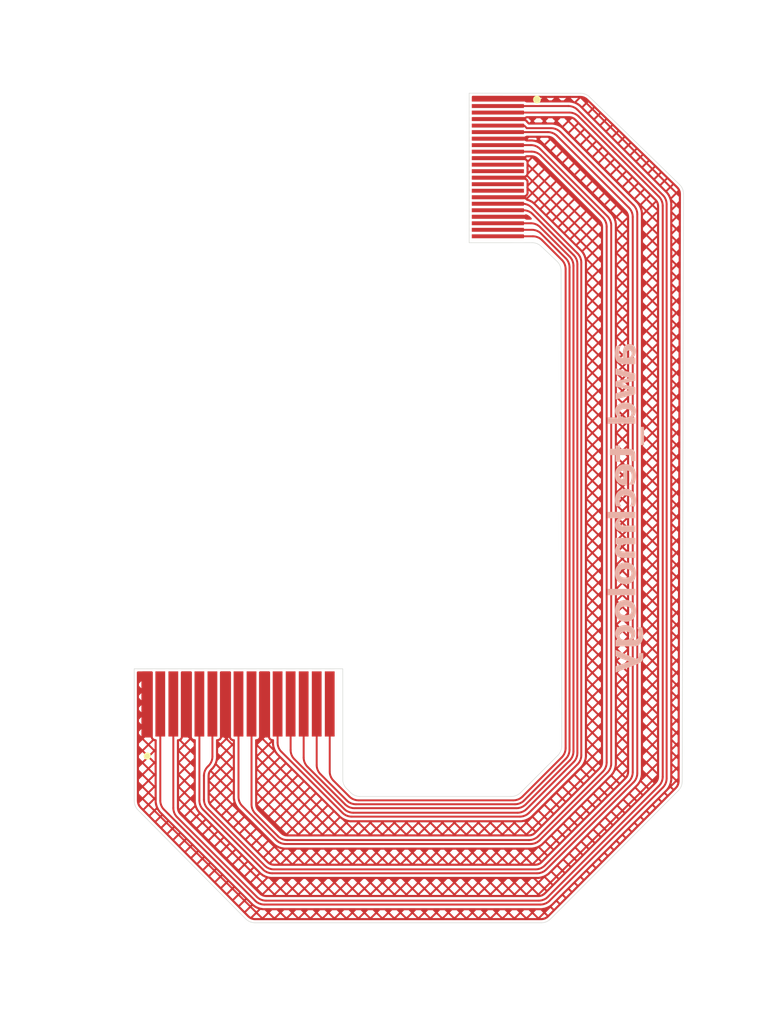
<source format=kicad_pcb>
(kicad_pcb (version 20241229) (generator "pcbnew") (generator_version "9.0")
  (layers (0 "F.Cu" signal) (4 "In1.Cu" signal) (6 "In2.Cu" signal) (2 "B.Cu" signal) (13 "F.Paste" user) (15 "B.Paste" user) (5 "F.SilkS" user "F.Silkscreen") (7 "B.SilkS" user "B.Silkscreen") (1 "F.Mask" user) (3 "B.Mask" user) (25 "Edge.Cuts" user))
  (net 0 "")
  (net 2 "Net-(J2-CAM_SDA)")
  (net 3 "Net-(J2-CAM_SCA)")
  (net 4 "Net-(J2-CAM_D0_N)")
  (net 7 "Net-(J2-CAM_IO0)")
  (net 9 "Net-(J2-CAM_3v3)")
  (net 10 "Net-(J2-CAM_IO1)")
  (net 11 "Net-(J2-CAM_D0_P)")
  (net 12 "Net-(J2-CAM_CK_N)")
  (net 13 "Net-(J2-CAM_D1_N)")
  (net 14 "Net-(J2-CAM_D1_P)")
  (net 15 "Net-(J2-CAM_CK_P)")
  (net 16 "GND")
  (footprint "AWD_camera_ribbon:FPC_22pin_0.5mm_Vertical" (layer "F.Cu") (at 89.1 39.85 -90)
    (property "Reference" "J2" (hide yes))
    (property "Value" "~")
    (fp_circle (center -5.25 -3) (end -5 -3) (stroke (width 0.1)) (fill yes) (layer "F.SilkS"))
    (pad "1" smd rect (at -5.25 0 270) (size 0.3 4) (layers "F.Cu" "F.Mask" "F.Paste") (net 16 "GND"))
    (pad "2" smd rect (at -4.75 0 270) (size 0.3 4) (layers "F.Cu" "F.Mask" "F.Paste") (net 4 "Net-(J2-CAM_D0_N)"))
    (pad "3" smd rect (at -4.25 0 270) (size 0.3 4) (layers "F.Cu" "F.Mask" "F.Paste") (net 11 "Net-(J2-CAM_D0_P)"))
    (pad "4" smd rect (at -3.75 0 90) (size 0.3 4) (layers "F.Cu" "F.Mask" "F.Paste") (net 16 "GND"))
    (pad "5" smd rect (at -3.25 0 270) (size 0.3 4) (layers "F.Cu" "F.Mask" "F.Paste") (net 13 "Net-(J2-CAM_D1_N)"))
    (pad "6" smd rect (at -2.75 0 270) (size 0.3 4) (layers "F.Cu" "F.Mask" "F.Paste") (net 14 "Net-(J2-CAM_D1_P)"))
    (pad "7" smd rect (at -2.25 0 270) (size 0.3 4) (layers "F.Cu" "F.Mask" "F.Paste") (net 16 "GND"))
    (pad "8" smd rect (at -1.75 0 270) (size 0.3 4) (layers "F.Cu" "F.Mask" "F.Paste") (net 12 "Net-(J2-CAM_CK_N)"))
    (pad "9" smd rect (at -1.25 0 270) (size 0.3 4) (layers "F.Cu" "F.Mask" "F.Paste") (net 15 "Net-(J2-CAM_CK_P)"))
    (pad "10" smd rect (at -0.75 0 270) (size 0.3 4) (layers "F.Cu" "F.Mask" "F.Paste") (net 16 "GND"))
    (pad "11" smd rect (at -0.25 0 270) (size 0.3 4) (layers "F.Cu" "F.Mask" "F.Paste"))
    (pad "12" smd rect (at 0.25 0 270) (size 0.3 4) (layers "F.Cu" "F.Mask" "F.Paste"))
    (pad "13" smd rect (at 0.75 0 270) (size 0.3 4) (layers "F.Cu" "F.Mask" "F.Paste") (net 16 "GND"))
    (pad "14" smd rect (at 1.25 0 270) (size 0.3 4) (layers "F.Cu" "F.Mask" "F.Paste"))
    (pad "15" smd rect (at 1.75 0 270) (size 0.3 4) (layers "F.Cu" "F.Mask" "F.Paste"))
    (pad "16" smd rect (at 2.25 0 270) (size 0.3 4) (layers "F.Cu" "F.Mask" "F.Paste") (net 16 "GND"))
    (pad "17" smd rect (at 2.75 0 270) (size 0.3 4) (layers "F.Cu" "F.Mask" "F.Paste") (net 7 "Net-(J2-CAM_IO0)"))
    (pad "18" smd rect (at 3.25 0 270) (size 0.3 4) (layers "F.Cu" "F.Mask" "F.Paste") (net 10 "Net-(J2-CAM_IO1)"))
    (pad "19" smd rect (at 3.75 0 270) (size 0.3 4) (layers "F.Cu" "F.Mask" "F.Paste") (net 16 "GND"))
    (pad "20" smd rect (at 4.25 0 270) (size 0.3 4) (layers "F.Cu" "F.Mask" "F.Paste") (net 3 "Net-(J2-CAM_SCA)"))
    (pad "21" smd rect (at 4.75 0 270) (size 0.3 4) (layers "F.Cu" "F.Mask" "F.Paste") (net 2 "Net-(J2-CAM_SDA)"))
    (pad "22" smd rect (at 5.25 0 270) (size 0.3 4) (layers "F.Cu" "F.Mask" "F.Paste") (net 9 "Net-(J2-CAM_3v3)"))
  )
  (footprint "AWD_camera_ribbon:FPC_15pin_1mm_Vertical" (layer "F.Cu") (at 69.2 81)
    (property "Reference" "j1" (hide yes))
    (property "Value" "~")
    (fp_circle (center -7 4) (end -6.8 4) (stroke (width 0.15)) (fill yes) (layer "F.SilkS"))
    (pad "1" smd rect (at -7 0) (size 0.75 5) (layers "F.Cu" "F.Mask" "F.Paste") (net 16 "GND"))
    (pad "2" smd rect (at -6 0) (size 0.75 5) (layers "F.Cu" "F.Mask" "F.Paste") (net 4 "Net-(J2-CAM_D0_N)"))
    (pad "3" smd rect (at -5 0) (size 0.75 5) (layers "F.Cu" "F.Mask" "F.Paste") (net 11 "Net-(J2-CAM_D0_P)"))
    (pad "4" smd rect (at -4 0) (size 0.75 5) (layers "F.Cu" "F.Mask" "F.Paste") (net 16 "GND"))
    (pad "5" smd rect (at -3 0) (size 0.75 5) (layers "F.Cu" "F.Mask" "F.Paste") (net 13 "Net-(J2-CAM_D1_N)"))
    (pad "6" smd rect (at -2 0) (size 0.75 5) (layers "F.Cu" "F.Mask" "F.Paste") (net 14 "Net-(J2-CAM_D1_P)"))
    (pad "7" smd rect (at -1 0) (size 0.75 5) (layers "F.Cu" "F.Mask" "F.Paste") (net 16 "GND"))
    (pad "8" smd rect (at 0 0) (size 0.75 5) (layers "F.Cu" "F.Mask" "F.Paste") (net 12 "Net-(J2-CAM_CK_N)"))
    (pad "9" smd rect (at 1 0) (size 0.75 5) (layers "F.Cu" "F.Mask" "F.Paste") (net 15 "Net-(J2-CAM_CK_P)"))
    (pad "10" smd rect (at 2 0) (size 0.75 5) (layers "F.Cu" "F.Mask" "F.Paste") (net 16 "GND"))
    (pad "11" smd rect (at 3 0) (size 0.75 5) (layers "F.Cu" "F.Mask" "F.Paste") (net 7 "Net-(J2-CAM_IO0)"))
    (pad "12" smd rect (at 4 0) (size 0.75 5) (layers "F.Cu" "F.Mask" "F.Paste") (net 10 "Net-(J2-CAM_IO1)"))
    (pad "13" smd rect (at 5 0) (size 0.75 5) (layers "F.Cu" "F.Mask" "F.Paste") (net 3 "Net-(J2-CAM_SCA)"))
    (pad "14" smd rect (at 6 0) (size 0.75 5) (layers "F.Cu" "F.Mask" "F.Paste") (net 2 "Net-(J2-CAM_SDA)"))
    (pad "15" smd rect (at 7 0) (size 0.75 5) (layers "F.Cu" "F.Mask" "F.Paste") (net 9 "Net-(J2-CAM_3v3)"))
  )
  (gr_line (start 93.623654 47.003008) (end 92.463254 45.903084) (stroke (width 0.0381)) (layer "Edge.Cuts"))
  (gr_line (start 103.350774 41.850419) (end 103.250911 86.938487) (stroke (width 0.0381)) (layer "Edge.Cuts"))
  (gr_arc (start 61.488932 89.142197) (mid 61.275049 88.819161) (end 61.2 88.439074) (stroke (width 0.0381)) (layer "Edge.Cuts"))
  (gr_line (start 62.2 78.3) (end 76.211049 78.3) (stroke (width 0.0381)) (layer "Edge.Cuts"))
  (gr_line (start 77.2 78.3) (end 76.211049 78.3) (stroke (width 0.0381)) (layer "Edge.Cuts"))
  (gr_line (start 77.2 86.785786) (end 77.2 86.64) (stroke (width 0.0381)) (layer "Edge.Cuts"))
  (gr_line (start 92.434381 97.8) (end 70.467508 97.8) (stroke (width 0.0381)) (layer "Edge.Cuts"))
  (gr_line (start 86.9 45.590855) (end 91.73 45.59) (stroke (width 0.0381)) (layer "Edge.Cuts"))
  (gr_line (start 62.2 78.3) (end 61.2 78.3) (stroke (width 0.0381)) (layer "Edge.Cuts"))
  (gr_line (start 87.900854 34.110855) (end 86.9 34.110855) (stroke (width 0.0381)) (layer "Edge.Cuts"))
  (gr_arc (start 93.143181 97.505409) (mid 92.818172 97.72342) (end 92.434381 97.8) (stroke (width 0.0381)) (layer "Edge.Cuts"))
  (gr_line (start 93.999444 84.235002) (end 93.950591 47.741255) (stroke (width 0.0381)) (layer "Edge.Cuts"))
  (gr_line (start 77.2 86.64) (end 77.2 78.3) (stroke (width 0.0381)) (layer "Edge.Cuts"))
  (gr_arc (start 90.842893 87.807107) (mid 90.518469 88.023875) (end 90.135786 88.1) (stroke (width 0.0381)) (layer "Edge.Cuts"))
  (gr_line (start 77.588302 87.588302) (end 77.492893 87.492893) (stroke (width 0.0381)) (layer "Edge.Cuts"))
  (gr_line (start 90.842893 87.807107) (end 93.706552 84.943448) (stroke (width 0.0381)) (layer "Edge.Cuts"))
  (gr_line (start 87.900854 34.110855) (end 95.440822 34.117292) (stroke (width 0.0381)) (layer "Edge.Cuts"))
  (gr_line (start 96.137689 34.400923) (end 103.048497 41.131835) (stroke (width 0.0381)) (layer "Edge.Cuts"))
  (gr_line (start 78.514214 88.1) (end 90.135786 88.1) (stroke (width 0.0381)) (layer "Edge.Cuts"))
  (gr_arc (start 91.73 45.59) (mid 92.125654 45.6716) (end 92.456737 45.903084) (stroke (width 0.0381)) (layer "Edge.Cuts"))
  (gr_arc (start 93.999444 84.235002) (mid 93.92357 84.6184) (end 93.706552 84.943448) (stroke (width 0.0381)) (layer "Edge.Cuts"))
  (gr_line (start 61.2 88.439074) (end 61.2 79.3) (stroke (width 0.0381)) (layer "Edge.Cuts"))
  (gr_line (start 102.959714 87.641681) (end 93.143181 97.505409) (stroke (width 0.0381)) (layer "Edge.Cuts"))
  (gr_line (start 61.2 79.3) (end 61.2 78.3) (stroke (width 0.0381)) (layer "Edge.Cuts"))
  (gr_arc (start 103.048497 41.131835) (mid 103.272542 41.460458) (end 103.350774 41.850419) (stroke (width 0.0381)) (layer "Edge.Cuts"))
  (gr_arc (start 70.467508 97.8) (mid 70.082231 97.722801) (end 69.75644 97.503123) (stroke (width 0.0381)) (layer "Edge.Cuts"))
  (gr_line (start 77.588302 87.588302) (end 77.807107 87.807107) (stroke (width 0.0381)) (layer "Edge.Cuts"))
  (gr_arc (start 95.440822 34.117292) (mid 95.816947 34.19107) (end 96.137689 34.400923) (stroke (width 0.0381)) (layer "Edge.Cuts"))
  (gr_line (start 86.9 34.110855) (end 86.9 45.590855) (stroke (width 0.0381)) (layer "Edge.Cuts"))
  (gr_arc (start 103.250911 86.938487) (mid 103.174838 87.318877) (end 102.959714 87.641681) (stroke (width 0.0381)) (layer "Edge.Cuts"))
  (gr_line (start 69.75644 97.503123) (end 61.488932 89.142197) (stroke (width 0.0381)) (layer "Edge.Cuts"))
  (gr_arc (start 93.623654 47.003008) (mid 93.864942 47.337669) (end 93.950591 47.741255) (stroke (width 0.0381)) (layer "Edge.Cuts"))
  (gr_arc (start 77.492893 87.492893) (mid 77.27612 87.16847) (end 77.2 86.785786) (stroke (width 0.0381)) (layer "Edge.Cuts"))
  (gr_arc (start 78.514214 88.1) (mid 78.131528 88.023884) (end 77.807107 87.807107) (stroke (width 0.0381)) (layer "Edge.Cuts"))
  (gr_text "awd_technology" (at 100 53.25 90) (layer "B.SilkS") (effects (font (size 2 2) (thickness 0.1524) (bold yes)) (justify left bottom mirror)))
  (segment (start 94.601 47.489536) (end 94.601 84.510464) (width 0.15) (layer "F.Cu") (net 2))
  (segment (start 94.308107 85.217571) (end 91.118571 88.407107) (width 0.15) (layer "F.Cu") (net 2))
  (segment (start 89.1 44.6) (end 91.711464 44.6) (width 0.15) (layer "F.Cu") (net 2))
  (segment (start 77.507107 88.407107) (end 75.492893 86.392893) (width 0.15) (layer "F.Cu") (net 2))
  (segment (start 75.2 85.685786) (end 75.2 81) (width 0.15) (layer "F.Cu") (net 2))
  (segment (start 90.411464 88.7) (end 78.214214 88.7) (width 0.15) (layer "F.Cu") (net 2))
  (segment (start 92.418571 44.892893) (end 94.308107 46.782429) (width 0.15) (layer "F.Cu") (net 2))
  (arc (start 91.711464 44.6) (mid 92.094147 44.67612) (end 92.418571 44.892893) (width 0.15) (layer "F.Cu") (net 2))
  (arc (start 94.308107 46.782429) (mid 94.52488 47.106852) (end 94.601 47.489536) (width 0.15) (layer "F.Cu") (net 2))
  (arc (start 75.492893 86.392893) (mid 75.27612 86.06847) (end 75.2 85.685786) (width 0.15) (layer "F.Cu") (net 2))
  (arc (start 78.214214 88.7) (mid 77.831531 88.62388) (end 77.507107 88.407107) (width 0.15) (layer "F.Cu") (net 2))
  (arc (start 94.601 84.510464) (mid 94.52488 84.893147) (end 94.308107 85.217571) (width 0.15) (layer "F.Cu") (net 2))
  (arc (start 90.411464 88.7) (mid 90.794147 88.62388) (end 91.118571 88.407107) (width 0.15) (layer "F.Cu") (net 2))
  (segment (start 94.609107 85.342249) (end 91.243249 88.708107) (width 0.15) (layer "F.Cu") (net 3))
  (segment (start 90.536142 89.001) (end 78.089536 89.001) (width 0.15) (layer "F.Cu") (net 3))
  (segment (start 89.1 44.1) (end 91.637142 44.1) (width 0.15) (layer "F.Cu") (net 3))
  (segment (start 74.2 85.111464) (end 74.2 81) (width 0.15) (layer "F.Cu") (net 3))
  (segment (start 74.2 81) (end 74.2 81.199) (width 0.15) (layer "F.Cu") (net 3))
  (segment (start 77.382429 88.708107) (end 74.492893 85.818571) (width 0.15) (layer "F.Cu") (net 3))
  (segment (start 94.902 47.364858) (end 94.902 84.635142) (width 0.15) (layer "F.Cu") (net 3))
  (segment (start 74.2 81.199) (end 74.201 81.2) (width 0.15) (layer "F.Cu") (net 3))
  (segment (start 92.344249 44.392893) (end 94.609107 46.657751) (width 0.15) (layer "F.Cu") (net 3))
  (arc (start 91.243249 88.708107) (mid 90.918826 88.92488) (end 90.536142 89.001) (width 0.15) (layer "F.Cu") (net 3))
  (arc (start 74.2 85.111464) (mid 74.27612 85.494147) (end 74.492893 85.818571) (width 0.15) (layer "F.Cu") (net 3))
  (arc (start 78.089536 89.001) (mid 77.706853 88.92488) (end 77.382429 88.708107) (width 0.15) (layer "F.Cu") (net 3))
  (arc (start 94.609107 85.342249) (mid 94.82588 85.017826) (end 94.902 84.635142) (width 0.15) (layer "F.Cu") (net 3))
  (arc (start 92.344249 44.392893) (mid 92.019826 44.17612) (end 91.637142 44.1) (width 0.15) (layer "F.Cu") (net 3))
  (arc (start 94.609107 46.657751) (mid 94.82588 46.982174) (end 94.902 47.364858) (width 0.15) (layer "F.Cu") (net 3))
  (segment (start 71.188536 96.4) (end 92.361464 96.4) (width 0.15) (layer "F.Cu") (net 4))
  (segment (start 94.511464 35.1) (end 89.1 35.1) (width 0.15) (layer "F.Cu") (net 4))
  (segment (start 101.758107 41.932429) (end 95.218571 35.392893) (width 0.15) (layer "F.Cu") (net 4))
  (segment (start 102.051 86.710464) (end 102.051 42.639536) (width 0.15) (layer "F.Cu") (net 4))
  (segment (start 63.2 81) (end 63.2 88.411464) (width 0.15) (layer "F.Cu") (net 4))
  (segment (start 63.492893 89.118571) (end 70.481429 96.107107) (width 0.15) (layer "F.Cu") (net 4))
  (segment (start 93.068571 96.107107) (end 101.758107 87.417571) (width 0.15) (layer "F.Cu") (net 4))
  (arc (start 63.492893 89.118571) (mid 63.27612 88.794148) (end 63.2 88.411464) (width 0.15) (layer "F.Cu") (net 4))
  (arc (start 92.361464 96.4) (mid 92.744147 96.32388) (end 93.068571 96.107107) (width 0.15) (layer "F.Cu") (net 4))
  (arc (start 71.188536 96.4) (mid 70.805853 96.32388) (end 70.481429 96.107107) (width 0.15) (layer "F.Cu") (net 4))
  (arc (start 102.051 86.710464) (mid 101.97488 87.093147) (end 101.758107 87.417571) (width 0.15) (layer "F.Cu") (net 4))
  (arc (start 102.051 42.639536) (mid 101.97488 42.256853) (end 101.758107 41.932429) (width 0.15) (layer "F.Cu") (net 4))
  (arc (start 95.218571 35.392893) (mid 94.894148 35.17612) (end 94.511464 35.1) (width 0.15) (layer "F.Cu") (net 4))
  (segment (start 90.785786 89.65) (end 77.88718 89.65) (width 0.15) (layer "F.Cu") (net 7))
  (segment (start 95.211107 85.638893) (end 91.492893 89.357107) (width 0.15) (layer "F.Cu") (net 7))
  (segment (start 89.1 42.6) (end 90.988498 42.6) (width 0.15) (layer "F.Cu") (net 7))
  (segment (start 72.2 83.96282) (end 72.2 81) (width 0.15) (layer "F.Cu") (net 7))
  (segment (start 95.504 47.115502) (end 95.504 84.931786) (width 0.15) (layer "F.Cu") (net 7))
  (segment (start 77.180073 89.357107) (end 72.492893 84.669927) (width 0.15) (layer "F.Cu") (net 7))
  (segment (start 91.695605 42.892893) (end 95.211107 46.408395) (width 0.15) (layer "F.Cu") (net 7))
  (arc (start 77.88718 89.65) (mid 77.504497 89.57388) (end 77.180073 89.357107) (width 0.15) (layer "F.Cu") (net 7))
  (arc (start 72.492893 84.669927) (mid 72.27612 84.345504) (end 72.2 83.96282) (width 0.15) (layer "F.Cu") (net 7))
  (arc (start 95.504 84.931786) (mid 95.42788 85.314469) (end 95.211107 85.638893) (width 0.15) (layer "F.Cu") (net 7))
  (arc (start 90.988498 42.6) (mid 91.371181 42.67612) (end 91.695605 42.892893) (width 0.15) (layer "F.Cu") (net 7))
  (arc (start 90.785786 89.65) (mid 91.168469 89.57388) (end 91.492893 89.357107) (width 0.15) (layer "F.Cu") (net 7))
  (arc (start 95.211107 46.408395) (mid 95.42788 46.732818) (end 95.504 47.115502) (width 0.15) (layer "F.Cu") (net 7))
  (segment (start 76.2 86.185786) (end 76.2 81) (width 0.15) (layer "F.Cu") (net 9))
  (segment (start 89.1 45.1) (end 91.785786 45.1) (width 0.15) (layer "F.Cu") (net 9))
  (segment (start 92.492893 45.392893) (end 94.007107 46.907107) (width 0.15) (layer "F.Cu") (net 9))
  (segment (start 76.1 82.6) (end 76.2 82.5) (width 0.2) (layer "F.Cu") (net 9))
  (segment (start 94.3 47.614214) (end 94.3 84.385786) (width 0.15) (layer "F.Cu") (net 9))
  (segment (start 94.007107 85.092893) (end 90.992893 88.107107) (width 0.15) (layer "F.Cu") (net 9))
  (segment (start 90.285786 88.4) (end 78.414214 88.4) (width 0.15) (layer "F.Cu") (net 9))
  (segment (start 76.492893 86.892893) (end 77.707107 88.107107) (width 0.15) (layer "F.Cu") (net 9))
  (arc (start 90.992893 88.107107) (mid 90.66847 88.32388) (end 90.285786 88.4) (width 0.15) (layer "F.Cu") (net 9))
  (arc (start 94.3 47.614214) (mid 94.22388 47.231531) (end 94.007107 46.907107) (width 0.15) (layer "F.Cu") (net 9))
  (arc (start 76.2 86.185786) (mid 76.27612 86.568469) (end 76.492893 86.892893) (width 0.15) (layer "F.Cu") (net 9))
  (arc (start 94.3 84.385786) (mid 94.22388 84.768469) (end 94.007107 85.092893) (width 0.15) (layer "F.Cu") (net 9))
  (arc (start 91.785786 45.1) (mid 92.168469 45.17612) (end 92.492893 45.392893) (width 0.15) (layer "F.Cu") (net 9))
  (arc (start 78.414214 88.4) (mid 78.031531 88.32388) (end 77.707107 88.107107) (width 0.15) (layer "F.Cu") (net 9))
  (segment (start 91.769927 43.392893) (end 94.910107 46.533073) (width 0.15) (layer "F.Cu") (net 10))
  (segment (start 94.910107 85.466927) (end 91.319927 89.057107) (width 0.15) (layer "F.Cu") (net 10))
  (segment (start 90.61282 89.35) (end 78.012858 89.35) (width 0.15) (layer "F.Cu") (net 10))
  (segment (start 73.2 84.537142) (end 73.2 81) (width 0.15) (layer "F.Cu") (net 10))
  (segment (start 89.1 43.1) (end 91.06282 43.1) (width 0.15) (layer "F.Cu") (net 10))
  (segment (start 95.203 47.24018) (end 95.203 84.75982) (width 0.15) (layer "F.Cu") (net 10))
  (segment (start 77.305751 89.057107) (end 73.492893 85.244249) (width 0.15) (layer "F.Cu") (net 10))
  (arc (start 91.319927 89.057107) (mid 90.995504 89.27388) (end 90.61282 89.35) (width 0.15) (layer "F.Cu") (net 10))
  (arc (start 77.305751 89.057107) (mid 77.630174 89.27388) (end 78.012858 89.35) (width 0.15) (layer "F.Cu") (net 10))
  (arc (start 94.910107 85.466927) (mid 95.12688 85.142504) (end 95.203 84.75982) (width 0.15) (layer "F.Cu") (net 10))
  (arc (start 73.492893 85.244249) (mid 73.27612 84.919826) (end 73.2 84.537142) (width 0.15) (layer "F.Cu") (net 10))
  (arc (start 94.910107 46.533073) (mid 95.12688 46.857496) (end 95.203 47.24018) (width 0.15) (layer "F.Cu") (net 10))
  (arc (start 91.769927 43.392893) (mid 91.445504 43.17612) (end 91.06282 43.1) (width 0.15) (layer "F.Cu") (net 10))
  (segment (start 101.75 42.764214) (end 101.75 86.585786) (width 0.15) (layer "F.Cu") (net 11))
  (segment (start 89.1 35.6) (end 94.585786 35.6) (width 0.15) (layer "F.Cu") (net 11))
  (segment (start 92.236786 96.099) (end 71.313214 96.099) (width 0.15) (layer "F.Cu") (net 11))
  (segment (start 64.2 88.985786) (end 64.2 81) (width 0.15) (layer "F.Cu") (net 11))
  (segment (start 101.457107 87.292893) (end 92.943893 95.806107) (width 0.15) (layer "F.Cu") (net 11))
  (segment (start 70.606107 95.806107) (end 64.492893 89.692893) (width 0.15) (layer "F.Cu") (net 11))
  (segment (start 95.292893 35.892893) (end 101.457107 42.057107) (width 0.15) (layer "F.Cu") (net 11))
  (arc (start 101.75 42.764214) (mid 101.67388 42.381531) (end 101.457107 42.057107) (width 0.15) (layer "F.Cu") (net 11))
  (arc (start 64.492893 89.692893) (mid 64.27612 89.36847) (end 64.2 88.985786) (width 0.15) (layer "F.Cu") (net 11))
  (arc (start 94.585786 35.6) (mid 94.968469 35.67612) (end 95.292893 35.892893) (width 0.15) (layer "F.Cu") (net 11))
  (arc (start 92.236786 96.099) (mid 92.619469 96.02288) (end 92.943893 95.806107) (width 0.15) (layer "F.Cu") (net 11))
  (arc (start 70.606107 95.806107) (mid 70.93053 96.02288) (end 71.313214 96.099) (width 0.15) (layer "F.Cu") (net 11))
  (arc (start 101.75 86.585786) (mid 101.67388 86.968469) (end 101.457107 87.292893) (width 0.15) (layer "F.Cu") (net 11))
  (segment (start 72.107107 91.457107) (end 69.492893 88.842893) (width 0.15) (layer "F.Cu") (net 12))
  (segment (start 91.611464 91.75) (end 72.814214 91.75) (width 0.15) (layer "F.Cu") (net 12))
  (segment (start 92.342893 38.392893) (end 97.507107 43.557107) (width 0.15) (layer "F.Cu") (net 12))
  (segment (start 97.8 44.264214) (end 97.8 85.561464) (width 0.15) (layer "F.Cu") (net 12))
  (segment (start 89.1 38.1) (end 91.635786 38.1) (width 0.15) (layer "F.Cu") (net 12))
  (segment (start 97.507107 86.268571) (end 92.318571 91.457107) (width 0.15) (layer "F.Cu") (net 12))
  (segment (start 69.2 88.135786) (end 69.2 81) (width 0.15) (layer "F.Cu") (net 12))
  (arc (start 97.8 44.264214) (mid 97.72388 43.881531) (end 97.507107 43.557107) (width 0.15) (layer "F.Cu") (net 12))
  (arc (start 91.611464 91.75) (mid 91.994147 91.67388) (end 92.318571 91.457107) (width 0.15) (layer "F.Cu") (net 12))
  (arc (start 92.342893 38.392893) (mid 92.01847 38.17612) (end 91.635786 38.1) (width 0.15) (layer "F.Cu") (net 12))
  (arc (start 97.8 85.561464) (mid 97.72388 85.944147) (end 97.507107 86.268571) (width 0.15) (layer "F.Cu") (net 12))
  (arc (start 72.814214 91.75) (mid 72.431531 91.67388) (end 72.107107 91.457107) (width 0.15) (layer "F.Cu") (net 12))
  (arc (start 69.2 88.135786) (mid 69.27612 88.518469) (end 69.492893 88.842893) (width 0.15) (layer "F.Cu") (net 12))
  (segment (start 92.111464 94) (end 71.788536 94) (width 0.15) (layer "F.Cu") (net 13))
  (segment (start 66.2 88.411464) (end 66.2 81) (width 0.15) (layer "F.Cu") (net 13))
  (segment (start 91.127 36.6) (end 91.326 36.799) (width 0.15) (layer "F.Cu") (net 13))
  (segment (start 99.8 43.414214) (end 99.8 86.311464) (width 0.15) (layer "F.Cu") (net 13))
  (segment (start 91.326 36.799) (end 93.184786 36.799) (width 0.15) (layer "F.Cu") (net 13))
  (segment (start 93.891893 37.091893) (end 99.507107 42.707107) (width 0.15) (layer "F.Cu") (net 13))
  (segment (start 71.081429 93.707107) (end 66.492893 89.118571) (width 0.15) (layer "F.Cu") (net 13))
  (segment (start 89.1 36.6) (end 91.127 36.6) (width 0.15) (layer "F.Cu") (net 13))
  (segment (start 99.507107 87.018571) (end 92.818571 93.707107) (width 0.15) (layer "F.Cu") (net 13))
  (arc (start 99.8 43.414214) (mid 99.72388 43.031531) (end 99.507107 42.707107) (width 0.15) (layer "F.Cu") (net 13))
  (arc (start 93.891893 37.091893) (mid 93.56747 36.87512) (end 93.184786 36.799) (width 0.15) (layer "F.Cu") (net 13))
  (arc (start 71.788536 94) (mid 71.405853 93.92388) (end 71.081429 93.707107) (width 0.15) (layer "F.Cu") (net 13))
  (arc (start 99.8 86.311464) (mid 99.72388 86.694147) (end 99.507107 87.018571) (width 0.15) (layer "F.Cu") (net 13))
  (arc (start 66.492893 89.118571) (mid 66.27612 88.794148) (end 66.2 88.411464) (width 0.15) (layer "F.Cu") (net 13))
  (arc (start 92.111464 94) (mid 92.494147 93.92388) (end 92.818571 93.707107) (width 0.15) (layer "F.Cu") (net 13))
  (segment (start 93.642893 37.392893) (end 99.157107 42.907107) (width 0.15) (layer "F.Cu") (net 14))
  (segment (start 89.1 37.1) (end 92.935786 37.1) (width 0.15) (layer "F.Cu") (net 14))
  (segment (start 71.206107 93.406107) (end 66.843893 89.043893) (width 0.15) (layer "F.Cu") (net 14))
  (segment (start 91.986786 93.699) (end 71.913214 93.699) (width 0.15) (layer "F.Cu") (net 14))
  (segment (start 67.2 85.035786) (end 67.2 81) (width 0.15) (layer "F.Cu") (net 14))
  (segment (start 99.157107 86.942893) (end 92.693893 93.406107) (width 0.15) (layer "F.Cu") (net 14))
  (segment (start 66.551 88.336786) (end 66.551 86.513214) (width 0.15) (layer "F.Cu") (net 14))
  (segment (start 66.843893 85.806107) (end 66.907107 85.742893) (width 0.15) (layer "F.Cu") (net 14))
  (segment (start 99.45 43.614214) (end 99.45 86.235786) (width 0.15) (layer "F.Cu") (net 14))
  (arc (start 99.45 86.235786) (mid 99.37388 86.618469) (end 99.157107 86.942893) (width 0.15) (layer "F.Cu") (net 14))
  (arc (start 71.913214 93.699) (mid 71.530531 93.62288) (end 71.206107 93.406107) (width 0.15) (layer "F.Cu") (net 14))
  (arc (start 66.551 88.336786) (mid 66.62712 88.719469) (end 66.843893 89.043893) (width 0.15) (layer "F.Cu") (net 14))
  (arc (start 99.45 43.614214) (mid 99.37388 43.231531) (end 99.157107 42.907107) (width 0.15) (layer "F.Cu") (net 14))
  (arc (start 92.935786 37.1) (mid 93.318469 37.17612) (end 93.642893 37.392893) (width 0.15) (layer "F.Cu") (net 14))
  (arc (start 91.986786 93.699) (mid 92.369469 93.62288) (end 92.693893 93.406107) (width 0.15) (layer "F.Cu") (net 14))
  (arc (start 67.2 85.035786) (mid 67.12388 85.418469) (end 66.907107 85.742893) (width 0.15) (layer "F.Cu") (net 14))
  (arc (start 66.551 86.513214) (mid 66.62712 86.130531) (end 66.843893 85.806107) (width 0.15) (layer "F.Cu") (net 14))
  (segment (start 97.156107 86.193893) (end 92.193893 91.156107) (width 0.15) (layer "F.Cu") (net 15))
  (segment (start 89.1 38.6) (end 91.685786 38.6) (width 0.15) (layer "F.Cu") (net 15))
  (segment (start 91.486786 91.449) (end 72.938892 91.449) (width 0.15) (layer "F.Cu") (net 15))
  (segment (start 70.2 88.710108) (end 70.2 81) (width 0.15) (layer "F.Cu") (net 15))
  (segment (start 72.231785 91.156107) (end 70.492893 89.417215) (width 0.15) (layer "F.Cu") (net 15))
  (segment (start 97.449 44.363214) (end 97.449 85.486786) (width 0.15) (layer "F.Cu") (net 15))
  (segment (start 92.392893 38.892893) (end 97.156107 43.656107) (width 0.15) (layer "F.Cu") (net 15))
  (arc (start 97.449 85.486786) (mid 97.37288 85.869469) (end 97.156107 86.193893) (width 0.15) (layer "F.Cu") (net 15))
  (arc (start 70.2 88.710108) (mid 70.27612 89.092791) (end 70.492893 89.417215) (width 0.15) (layer "F.Cu") (net 15))
  (arc (start 72.938892 91.449) (mid 72.556209 91.37288) (end 72.231785 91.156107) (width 0.15) (layer "F.Cu") (net 15))
  (arc (start 91.685786 38.6) (mid 92.068469 38.67612) (end 92.392893 38.892893) (width 0.15) (layer "F.Cu") (net 15))
  (arc (start 97.449 44.363214) (mid 97.37288 43.980531) (end 97.156107 43.656107) (width 0.15) (layer "F.Cu") (net 15))
  (arc (start 91.486786 91.449) (mid 91.869469 91.37288) (end 92.193893 91.156107) (width 0.15) (layer "F.Cu") (net 15))
  (zone (net 16) (net_name "GND") (layer "F.Cu") (connect_pads yes (clearance 0.2)) (min_thickness 0.15) (fill yes (mode hatch) (thermal_gap 0.5) (thermal_bridge_width 0.5) (hatch_thickness 0.15) (hatch_gap 0.5) (hatch_orientation 45) (hatch_border_algorithm hatch_thickness) (hatch_min_hole_area 0.3))
    (polygon (pts (xy 52.4 28.6) (xy 109.6 28.6) (xy 109.1 104.1) (xy 50.9 105.5) (xy 52 28.5)))
  )
)
</source>
